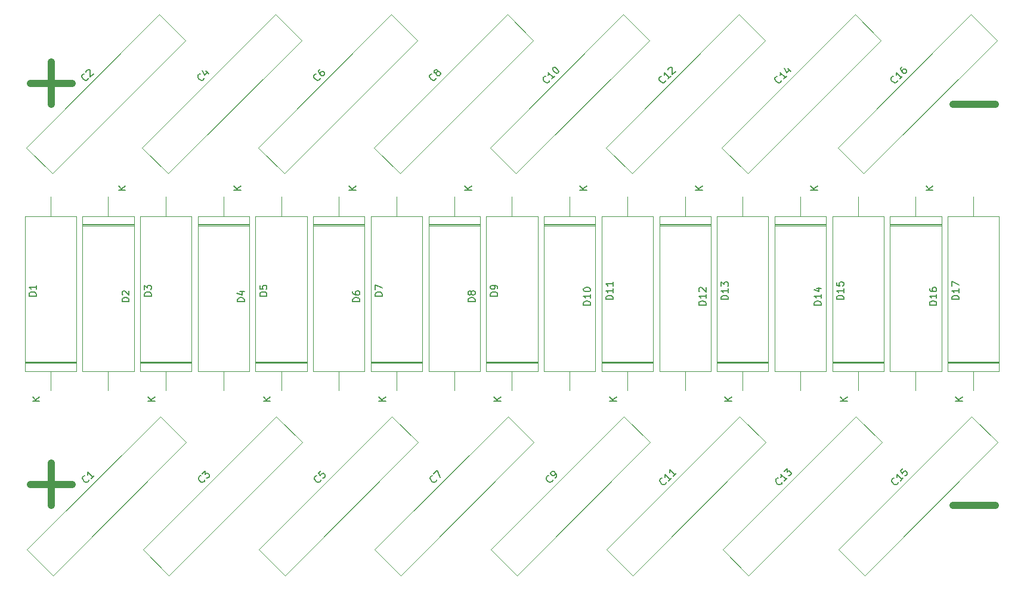
<source format=gbr>
%TF.GenerationSoftware,KiCad,Pcbnew,8.0.3*%
%TF.CreationDate,2025-04-22T09:56:44+02:00*%
%TF.ProjectId,cascade,63617363-6164-4652-9e6b-696361645f70,rev?*%
%TF.SameCoordinates,Original*%
%TF.FileFunction,Legend,Top*%
%TF.FilePolarity,Positive*%
%FSLAX46Y46*%
G04 Gerber Fmt 4.6, Leading zero omitted, Abs format (unit mm)*
G04 Created by KiCad (PCBNEW 8.0.3) date 2025-04-22 09:56:44*
%MOMM*%
%LPD*%
G01*
G04 APERTURE LIST*
%ADD10C,1.000000*%
%ADD11C,0.150000*%
%ADD12C,0.120000*%
G04 APERTURE END LIST*
D10*
X51500000Y-107000000D02*
X57500000Y-107000000D01*
X54500000Y-104000000D02*
X54500000Y-110000000D01*
X182500000Y-110000000D02*
X188500000Y-110000000D01*
X54500000Y-47000000D02*
X54500000Y-53000000D01*
X51500000Y-50000000D02*
X57500000Y-50000000D01*
X182500000Y-53000000D02*
X188500000Y-53000000D01*
D11*
X180177027Y-81514282D02*
X179177027Y-81514282D01*
X179177027Y-81514282D02*
X179177027Y-81276187D01*
X179177027Y-81276187D02*
X179224646Y-81133330D01*
X179224646Y-81133330D02*
X179319884Y-81038092D01*
X179319884Y-81038092D02*
X179415122Y-80990473D01*
X179415122Y-80990473D02*
X179605598Y-80942854D01*
X179605598Y-80942854D02*
X179748455Y-80942854D01*
X179748455Y-80942854D02*
X179938931Y-80990473D01*
X179938931Y-80990473D02*
X180034169Y-81038092D01*
X180034169Y-81038092D02*
X180129408Y-81133330D01*
X180129408Y-81133330D02*
X180177027Y-81276187D01*
X180177027Y-81276187D02*
X180177027Y-81514282D01*
X180177027Y-79990473D02*
X180177027Y-80561901D01*
X180177027Y-80276187D02*
X179177027Y-80276187D01*
X179177027Y-80276187D02*
X179319884Y-80371425D01*
X179319884Y-80371425D02*
X179415122Y-80466663D01*
X179415122Y-80466663D02*
X179462741Y-80561901D01*
X179177027Y-79133330D02*
X179177027Y-79323806D01*
X179177027Y-79323806D02*
X179224646Y-79419044D01*
X179224646Y-79419044D02*
X179272265Y-79466663D01*
X179272265Y-79466663D02*
X179415122Y-79561901D01*
X179415122Y-79561901D02*
X179605598Y-79609520D01*
X179605598Y-79609520D02*
X179986550Y-79609520D01*
X179986550Y-79609520D02*
X180081788Y-79561901D01*
X180081788Y-79561901D02*
X180129408Y-79514282D01*
X180129408Y-79514282D02*
X180177027Y-79419044D01*
X180177027Y-79419044D02*
X180177027Y-79228568D01*
X180177027Y-79228568D02*
X180129408Y-79133330D01*
X180129408Y-79133330D02*
X180081788Y-79085711D01*
X180081788Y-79085711D02*
X179986550Y-79038092D01*
X179986550Y-79038092D02*
X179748455Y-79038092D01*
X179748455Y-79038092D02*
X179653217Y-79085711D01*
X179653217Y-79085711D02*
X179605598Y-79133330D01*
X179605598Y-79133330D02*
X179557979Y-79228568D01*
X179557979Y-79228568D02*
X179557979Y-79419044D01*
X179557979Y-79419044D02*
X179605598Y-79514282D01*
X179605598Y-79514282D02*
X179653217Y-79561901D01*
X179653217Y-79561901D02*
X179748455Y-79609520D01*
X179677028Y-65161902D02*
X178677028Y-65161902D01*
X179677028Y-64590474D02*
X179105599Y-65019045D01*
X178677028Y-64590474D02*
X179248456Y-65161902D01*
X109211138Y-106365510D02*
X109211138Y-106432854D01*
X109211138Y-106432854D02*
X109143794Y-106567541D01*
X109143794Y-106567541D02*
X109076451Y-106634884D01*
X109076451Y-106634884D02*
X108941764Y-106702228D01*
X108941764Y-106702228D02*
X108807077Y-106702228D01*
X108807077Y-106702228D02*
X108706062Y-106668556D01*
X108706062Y-106668556D02*
X108537703Y-106567541D01*
X108537703Y-106567541D02*
X108436688Y-106466526D01*
X108436688Y-106466526D02*
X108335672Y-106298167D01*
X108335672Y-106298167D02*
X108302001Y-106197152D01*
X108302001Y-106197152D02*
X108302001Y-106062465D01*
X108302001Y-106062465D02*
X108369344Y-105927778D01*
X108369344Y-105927778D02*
X108436688Y-105860434D01*
X108436688Y-105860434D02*
X108571375Y-105793091D01*
X108571375Y-105793091D02*
X108638718Y-105793091D01*
X108807077Y-105490045D02*
X109278481Y-105018640D01*
X109278481Y-105018640D02*
X109682542Y-106028793D01*
X125231562Y-49602228D02*
X125231562Y-49669572D01*
X125231562Y-49669572D02*
X125164218Y-49804259D01*
X125164218Y-49804259D02*
X125096875Y-49871602D01*
X125096875Y-49871602D02*
X124962188Y-49938946D01*
X124962188Y-49938946D02*
X124827501Y-49938946D01*
X124827501Y-49938946D02*
X124726486Y-49905274D01*
X124726486Y-49905274D02*
X124558127Y-49804259D01*
X124558127Y-49804259D02*
X124457112Y-49703244D01*
X124457112Y-49703244D02*
X124356096Y-49534885D01*
X124356096Y-49534885D02*
X124322425Y-49433870D01*
X124322425Y-49433870D02*
X124322425Y-49299183D01*
X124322425Y-49299183D02*
X124389768Y-49164496D01*
X124389768Y-49164496D02*
X124457112Y-49097152D01*
X124457112Y-49097152D02*
X124591799Y-49029809D01*
X124591799Y-49029809D02*
X124659142Y-49029809D01*
X125972340Y-48996137D02*
X125568279Y-49400198D01*
X125770310Y-49198167D02*
X125063203Y-48491061D01*
X125063203Y-48491061D02*
X125096875Y-48659419D01*
X125096875Y-48659419D02*
X125096875Y-48794106D01*
X125096875Y-48794106D02*
X125063203Y-48895122D01*
X125702967Y-47851297D02*
X125770310Y-47783954D01*
X125770310Y-47783954D02*
X125871325Y-47750282D01*
X125871325Y-47750282D02*
X125938669Y-47750282D01*
X125938669Y-47750282D02*
X126039684Y-47783954D01*
X126039684Y-47783954D02*
X126208043Y-47884969D01*
X126208043Y-47884969D02*
X126376402Y-48053328D01*
X126376402Y-48053328D02*
X126477417Y-48221686D01*
X126477417Y-48221686D02*
X126511089Y-48322702D01*
X126511089Y-48322702D02*
X126511089Y-48390045D01*
X126511089Y-48390045D02*
X126477417Y-48491060D01*
X126477417Y-48491060D02*
X126410073Y-48558404D01*
X126410073Y-48558404D02*
X126309058Y-48592076D01*
X126309058Y-48592076D02*
X126241715Y-48592076D01*
X126241715Y-48592076D02*
X126140699Y-48558404D01*
X126140699Y-48558404D02*
X125972341Y-48457389D01*
X125972341Y-48457389D02*
X125803982Y-48289030D01*
X125803982Y-48289030D02*
X125702967Y-48120671D01*
X125702967Y-48120671D02*
X125669295Y-48019656D01*
X125669295Y-48019656D02*
X125669295Y-47952312D01*
X125669295Y-47952312D02*
X125702967Y-47851297D01*
X147421475Y-81514282D02*
X146421475Y-81514282D01*
X146421475Y-81514282D02*
X146421475Y-81276187D01*
X146421475Y-81276187D02*
X146469094Y-81133330D01*
X146469094Y-81133330D02*
X146564332Y-81038092D01*
X146564332Y-81038092D02*
X146659570Y-80990473D01*
X146659570Y-80990473D02*
X146850046Y-80942854D01*
X146850046Y-80942854D02*
X146992903Y-80942854D01*
X146992903Y-80942854D02*
X147183379Y-80990473D01*
X147183379Y-80990473D02*
X147278617Y-81038092D01*
X147278617Y-81038092D02*
X147373856Y-81133330D01*
X147373856Y-81133330D02*
X147421475Y-81276187D01*
X147421475Y-81276187D02*
X147421475Y-81514282D01*
X147421475Y-79990473D02*
X147421475Y-80561901D01*
X147421475Y-80276187D02*
X146421475Y-80276187D01*
X146421475Y-80276187D02*
X146564332Y-80371425D01*
X146564332Y-80371425D02*
X146659570Y-80466663D01*
X146659570Y-80466663D02*
X146707189Y-80561901D01*
X146516713Y-79609520D02*
X146469094Y-79561901D01*
X146469094Y-79561901D02*
X146421475Y-79466663D01*
X146421475Y-79466663D02*
X146421475Y-79228568D01*
X146421475Y-79228568D02*
X146469094Y-79133330D01*
X146469094Y-79133330D02*
X146516713Y-79085711D01*
X146516713Y-79085711D02*
X146611951Y-79038092D01*
X146611951Y-79038092D02*
X146707189Y-79038092D01*
X146707189Y-79038092D02*
X146850046Y-79085711D01*
X146850046Y-79085711D02*
X147421475Y-79657139D01*
X147421475Y-79657139D02*
X147421475Y-79038092D01*
X146921476Y-65161902D02*
X145921476Y-65161902D01*
X146921476Y-64590474D02*
X146350047Y-65019045D01*
X145921476Y-64590474D02*
X146492904Y-65161902D01*
X76196854Y-49265510D02*
X76196854Y-49332854D01*
X76196854Y-49332854D02*
X76129510Y-49467541D01*
X76129510Y-49467541D02*
X76062167Y-49534884D01*
X76062167Y-49534884D02*
X75927480Y-49602228D01*
X75927480Y-49602228D02*
X75792793Y-49602228D01*
X75792793Y-49602228D02*
X75691778Y-49568556D01*
X75691778Y-49568556D02*
X75523419Y-49467541D01*
X75523419Y-49467541D02*
X75422404Y-49366526D01*
X75422404Y-49366526D02*
X75321388Y-49198167D01*
X75321388Y-49198167D02*
X75287717Y-49097152D01*
X75287717Y-49097152D02*
X75287717Y-48962465D01*
X75287717Y-48962465D02*
X75355060Y-48827778D01*
X75355060Y-48827778D02*
X75422404Y-48760434D01*
X75422404Y-48760434D02*
X75557091Y-48693091D01*
X75557091Y-48693091D02*
X75624434Y-48693091D01*
X76398884Y-48255358D02*
X76870289Y-48726762D01*
X75961152Y-48154343D02*
X76297869Y-48827778D01*
X76297869Y-48827778D02*
X76735602Y-48390045D01*
X125668280Y-106365510D02*
X125668280Y-106432854D01*
X125668280Y-106432854D02*
X125600936Y-106567541D01*
X125600936Y-106567541D02*
X125533593Y-106634884D01*
X125533593Y-106634884D02*
X125398906Y-106702228D01*
X125398906Y-106702228D02*
X125264219Y-106702228D01*
X125264219Y-106702228D02*
X125163204Y-106668556D01*
X125163204Y-106668556D02*
X124994845Y-106567541D01*
X124994845Y-106567541D02*
X124893830Y-106466526D01*
X124893830Y-106466526D02*
X124792814Y-106298167D01*
X124792814Y-106298167D02*
X124759143Y-106197152D01*
X124759143Y-106197152D02*
X124759143Y-106062465D01*
X124759143Y-106062465D02*
X124826486Y-105927778D01*
X124826486Y-105927778D02*
X124893830Y-105860434D01*
X124893830Y-105860434D02*
X125028517Y-105793091D01*
X125028517Y-105793091D02*
X125095860Y-105793091D01*
X126072341Y-106096136D02*
X126207028Y-105961449D01*
X126207028Y-105961449D02*
X126240700Y-105860434D01*
X126240700Y-105860434D02*
X126240700Y-105793091D01*
X126240700Y-105793091D02*
X126207028Y-105624732D01*
X126207028Y-105624732D02*
X126106013Y-105456373D01*
X126106013Y-105456373D02*
X125836639Y-105186999D01*
X125836639Y-105186999D02*
X125735623Y-105153327D01*
X125735623Y-105153327D02*
X125668280Y-105153327D01*
X125668280Y-105153327D02*
X125567265Y-105186999D01*
X125567265Y-105186999D02*
X125432578Y-105321686D01*
X125432578Y-105321686D02*
X125398906Y-105422701D01*
X125398906Y-105422701D02*
X125398906Y-105490045D01*
X125398906Y-105490045D02*
X125432578Y-105591060D01*
X125432578Y-105591060D02*
X125600936Y-105759419D01*
X125600936Y-105759419D02*
X125701952Y-105793091D01*
X125701952Y-105793091D02*
X125769295Y-105793091D01*
X125769295Y-105793091D02*
X125870310Y-105759419D01*
X125870310Y-105759419D02*
X126004997Y-105624732D01*
X126004997Y-105624732D02*
X126038669Y-105523717D01*
X126038669Y-105523717D02*
X126038669Y-105456373D01*
X126038669Y-105456373D02*
X126004997Y-105355358D01*
X76296854Y-106365510D02*
X76296854Y-106432854D01*
X76296854Y-106432854D02*
X76229510Y-106567541D01*
X76229510Y-106567541D02*
X76162167Y-106634884D01*
X76162167Y-106634884D02*
X76027480Y-106702228D01*
X76027480Y-106702228D02*
X75892793Y-106702228D01*
X75892793Y-106702228D02*
X75791778Y-106668556D01*
X75791778Y-106668556D02*
X75623419Y-106567541D01*
X75623419Y-106567541D02*
X75522404Y-106466526D01*
X75522404Y-106466526D02*
X75421388Y-106298167D01*
X75421388Y-106298167D02*
X75387717Y-106197152D01*
X75387717Y-106197152D02*
X75387717Y-106062465D01*
X75387717Y-106062465D02*
X75455060Y-105927778D01*
X75455060Y-105927778D02*
X75522404Y-105860434D01*
X75522404Y-105860434D02*
X75657091Y-105793091D01*
X75657091Y-105793091D02*
X75724434Y-105793091D01*
X75892793Y-105490045D02*
X76330526Y-105052312D01*
X76330526Y-105052312D02*
X76364197Y-105557388D01*
X76364197Y-105557388D02*
X76465213Y-105456373D01*
X76465213Y-105456373D02*
X76566228Y-105422701D01*
X76566228Y-105422701D02*
X76633571Y-105422701D01*
X76633571Y-105422701D02*
X76734587Y-105456373D01*
X76734587Y-105456373D02*
X76902945Y-105624732D01*
X76902945Y-105624732D02*
X76936617Y-105725747D01*
X76936617Y-105725747D02*
X76936617Y-105793091D01*
X76936617Y-105793091D02*
X76902945Y-105894106D01*
X76902945Y-105894106D02*
X76700915Y-106096136D01*
X76700915Y-106096136D02*
X76599900Y-106129808D01*
X76599900Y-106129808D02*
X76532556Y-106129808D01*
X92653996Y-49265510D02*
X92653996Y-49332854D01*
X92653996Y-49332854D02*
X92586652Y-49467541D01*
X92586652Y-49467541D02*
X92519309Y-49534884D01*
X92519309Y-49534884D02*
X92384622Y-49602228D01*
X92384622Y-49602228D02*
X92249935Y-49602228D01*
X92249935Y-49602228D02*
X92148920Y-49568556D01*
X92148920Y-49568556D02*
X91980561Y-49467541D01*
X91980561Y-49467541D02*
X91879546Y-49366526D01*
X91879546Y-49366526D02*
X91778530Y-49198167D01*
X91778530Y-49198167D02*
X91744859Y-49097152D01*
X91744859Y-49097152D02*
X91744859Y-48962465D01*
X91744859Y-48962465D02*
X91812202Y-48827778D01*
X91812202Y-48827778D02*
X91879546Y-48760434D01*
X91879546Y-48760434D02*
X92014233Y-48693091D01*
X92014233Y-48693091D02*
X92081576Y-48693091D01*
X92620324Y-48019656D02*
X92485637Y-48154343D01*
X92485637Y-48154343D02*
X92451965Y-48255358D01*
X92451965Y-48255358D02*
X92451965Y-48322701D01*
X92451965Y-48322701D02*
X92485637Y-48491060D01*
X92485637Y-48491060D02*
X92586652Y-48659419D01*
X92586652Y-48659419D02*
X92856026Y-48928793D01*
X92856026Y-48928793D02*
X92957042Y-48962465D01*
X92957042Y-48962465D02*
X93024385Y-48962465D01*
X93024385Y-48962465D02*
X93125400Y-48928793D01*
X93125400Y-48928793D02*
X93260087Y-48794106D01*
X93260087Y-48794106D02*
X93293759Y-48693091D01*
X93293759Y-48693091D02*
X93293759Y-48625747D01*
X93293759Y-48625747D02*
X93260087Y-48524732D01*
X93260087Y-48524732D02*
X93091729Y-48356373D01*
X93091729Y-48356373D02*
X92990713Y-48322701D01*
X92990713Y-48322701D02*
X92923370Y-48322701D01*
X92923370Y-48322701D02*
X92822355Y-48356373D01*
X92822355Y-48356373D02*
X92687668Y-48491060D01*
X92687668Y-48491060D02*
X92653996Y-48592075D01*
X92653996Y-48592075D02*
X92653996Y-48659419D01*
X92653996Y-48659419D02*
X92687668Y-48760434D01*
X52343707Y-80238094D02*
X51343707Y-80238094D01*
X51343707Y-80238094D02*
X51343707Y-79999999D01*
X51343707Y-79999999D02*
X51391326Y-79857142D01*
X51391326Y-79857142D02*
X51486564Y-79761904D01*
X51486564Y-79761904D02*
X51581802Y-79714285D01*
X51581802Y-79714285D02*
X51772278Y-79666666D01*
X51772278Y-79666666D02*
X51915135Y-79666666D01*
X51915135Y-79666666D02*
X52105611Y-79714285D01*
X52105611Y-79714285D02*
X52200849Y-79761904D01*
X52200849Y-79761904D02*
X52296088Y-79857142D01*
X52296088Y-79857142D02*
X52343707Y-79999999D01*
X52343707Y-79999999D02*
X52343707Y-80238094D01*
X52343707Y-78714285D02*
X52343707Y-79285713D01*
X52343707Y-78999999D02*
X51343707Y-78999999D01*
X51343707Y-78999999D02*
X51486564Y-79095237D01*
X51486564Y-79095237D02*
X51581802Y-79190475D01*
X51581802Y-79190475D02*
X51629421Y-79285713D01*
X52843706Y-95161903D02*
X51843706Y-95161903D01*
X52843706Y-94590475D02*
X52272277Y-95019046D01*
X51843706Y-94590475D02*
X52415134Y-95161903D01*
X150610363Y-80714285D02*
X149610363Y-80714285D01*
X149610363Y-80714285D02*
X149610363Y-80476190D01*
X149610363Y-80476190D02*
X149657982Y-80333333D01*
X149657982Y-80333333D02*
X149753220Y-80238095D01*
X149753220Y-80238095D02*
X149848458Y-80190476D01*
X149848458Y-80190476D02*
X150038934Y-80142857D01*
X150038934Y-80142857D02*
X150181791Y-80142857D01*
X150181791Y-80142857D02*
X150372267Y-80190476D01*
X150372267Y-80190476D02*
X150467505Y-80238095D01*
X150467505Y-80238095D02*
X150562744Y-80333333D01*
X150562744Y-80333333D02*
X150610363Y-80476190D01*
X150610363Y-80476190D02*
X150610363Y-80714285D01*
X150610363Y-79190476D02*
X150610363Y-79761904D01*
X150610363Y-79476190D02*
X149610363Y-79476190D01*
X149610363Y-79476190D02*
X149753220Y-79571428D01*
X149753220Y-79571428D02*
X149848458Y-79666666D01*
X149848458Y-79666666D02*
X149896077Y-79761904D01*
X149610363Y-78857142D02*
X149610363Y-78238095D01*
X149610363Y-78238095D02*
X149991315Y-78571428D01*
X149991315Y-78571428D02*
X149991315Y-78428571D01*
X149991315Y-78428571D02*
X150038934Y-78333333D01*
X150038934Y-78333333D02*
X150086553Y-78285714D01*
X150086553Y-78285714D02*
X150181791Y-78238095D01*
X150181791Y-78238095D02*
X150419886Y-78238095D01*
X150419886Y-78238095D02*
X150515124Y-78285714D01*
X150515124Y-78285714D02*
X150562744Y-78333333D01*
X150562744Y-78333333D02*
X150610363Y-78428571D01*
X150610363Y-78428571D02*
X150610363Y-78714285D01*
X150610363Y-78714285D02*
X150562744Y-78809523D01*
X150562744Y-78809523D02*
X150515124Y-78857142D01*
X151110362Y-95161903D02*
X150110362Y-95161903D01*
X151110362Y-94590475D02*
X150538933Y-95019046D01*
X150110362Y-94590475D02*
X150681790Y-95161903D01*
X166988139Y-80714285D02*
X165988139Y-80714285D01*
X165988139Y-80714285D02*
X165988139Y-80476190D01*
X165988139Y-80476190D02*
X166035758Y-80333333D01*
X166035758Y-80333333D02*
X166130996Y-80238095D01*
X166130996Y-80238095D02*
X166226234Y-80190476D01*
X166226234Y-80190476D02*
X166416710Y-80142857D01*
X166416710Y-80142857D02*
X166559567Y-80142857D01*
X166559567Y-80142857D02*
X166750043Y-80190476D01*
X166750043Y-80190476D02*
X166845281Y-80238095D01*
X166845281Y-80238095D02*
X166940520Y-80333333D01*
X166940520Y-80333333D02*
X166988139Y-80476190D01*
X166988139Y-80476190D02*
X166988139Y-80714285D01*
X166988139Y-79190476D02*
X166988139Y-79761904D01*
X166988139Y-79476190D02*
X165988139Y-79476190D01*
X165988139Y-79476190D02*
X166130996Y-79571428D01*
X166130996Y-79571428D02*
X166226234Y-79666666D01*
X166226234Y-79666666D02*
X166273853Y-79761904D01*
X165988139Y-78285714D02*
X165988139Y-78761904D01*
X165988139Y-78761904D02*
X166464329Y-78809523D01*
X166464329Y-78809523D02*
X166416710Y-78761904D01*
X166416710Y-78761904D02*
X166369091Y-78666666D01*
X166369091Y-78666666D02*
X166369091Y-78428571D01*
X166369091Y-78428571D02*
X166416710Y-78333333D01*
X166416710Y-78333333D02*
X166464329Y-78285714D01*
X166464329Y-78285714D02*
X166559567Y-78238095D01*
X166559567Y-78238095D02*
X166797662Y-78238095D01*
X166797662Y-78238095D02*
X166892900Y-78285714D01*
X166892900Y-78285714D02*
X166940520Y-78333333D01*
X166940520Y-78333333D02*
X166988139Y-78428571D01*
X166988139Y-78428571D02*
X166988139Y-78666666D01*
X166988139Y-78666666D02*
X166940520Y-78761904D01*
X166940520Y-78761904D02*
X166892900Y-78809523D01*
X167488138Y-95161903D02*
X166488138Y-95161903D01*
X167488138Y-94590475D02*
X166916709Y-95019046D01*
X166488138Y-94590475D02*
X167059566Y-95161903D01*
X92753996Y-106365510D02*
X92753996Y-106432854D01*
X92753996Y-106432854D02*
X92686652Y-106567541D01*
X92686652Y-106567541D02*
X92619309Y-106634884D01*
X92619309Y-106634884D02*
X92484622Y-106702228D01*
X92484622Y-106702228D02*
X92349935Y-106702228D01*
X92349935Y-106702228D02*
X92248920Y-106668556D01*
X92248920Y-106668556D02*
X92080561Y-106567541D01*
X92080561Y-106567541D02*
X91979546Y-106466526D01*
X91979546Y-106466526D02*
X91878530Y-106298167D01*
X91878530Y-106298167D02*
X91844859Y-106197152D01*
X91844859Y-106197152D02*
X91844859Y-106062465D01*
X91844859Y-106062465D02*
X91912202Y-105927778D01*
X91912202Y-105927778D02*
X91979546Y-105860434D01*
X91979546Y-105860434D02*
X92114233Y-105793091D01*
X92114233Y-105793091D02*
X92181576Y-105793091D01*
X92753996Y-105085984D02*
X92417278Y-105422701D01*
X92417278Y-105422701D02*
X92720324Y-105793091D01*
X92720324Y-105793091D02*
X92720324Y-105725747D01*
X92720324Y-105725747D02*
X92753996Y-105624732D01*
X92753996Y-105624732D02*
X92922355Y-105456373D01*
X92922355Y-105456373D02*
X93023370Y-105422701D01*
X93023370Y-105422701D02*
X93090713Y-105422701D01*
X93090713Y-105422701D02*
X93191729Y-105456373D01*
X93191729Y-105456373D02*
X93360087Y-105624732D01*
X93360087Y-105624732D02*
X93393759Y-105725747D01*
X93393759Y-105725747D02*
X93393759Y-105793091D01*
X93393759Y-105793091D02*
X93360087Y-105894106D01*
X93360087Y-105894106D02*
X93191729Y-106062465D01*
X93191729Y-106062465D02*
X93090713Y-106096136D01*
X93090713Y-106096136D02*
X93023370Y-106096136D01*
X59739712Y-49265510D02*
X59739712Y-49332854D01*
X59739712Y-49332854D02*
X59672368Y-49467541D01*
X59672368Y-49467541D02*
X59605025Y-49534884D01*
X59605025Y-49534884D02*
X59470338Y-49602228D01*
X59470338Y-49602228D02*
X59335651Y-49602228D01*
X59335651Y-49602228D02*
X59234636Y-49568556D01*
X59234636Y-49568556D02*
X59066277Y-49467541D01*
X59066277Y-49467541D02*
X58965262Y-49366526D01*
X58965262Y-49366526D02*
X58864246Y-49198167D01*
X58864246Y-49198167D02*
X58830575Y-49097152D01*
X58830575Y-49097152D02*
X58830575Y-48962465D01*
X58830575Y-48962465D02*
X58897918Y-48827778D01*
X58897918Y-48827778D02*
X58965262Y-48760434D01*
X58965262Y-48760434D02*
X59099949Y-48693091D01*
X59099949Y-48693091D02*
X59167292Y-48693091D01*
X59436666Y-48423717D02*
X59436666Y-48356373D01*
X59436666Y-48356373D02*
X59470338Y-48255358D01*
X59470338Y-48255358D02*
X59638697Y-48086999D01*
X59638697Y-48086999D02*
X59739712Y-48053327D01*
X59739712Y-48053327D02*
X59807055Y-48053327D01*
X59807055Y-48053327D02*
X59908071Y-48086999D01*
X59908071Y-48086999D02*
X59975414Y-48154343D01*
X59975414Y-48154343D02*
X60042758Y-48289030D01*
X60042758Y-48289030D02*
X60042758Y-49097152D01*
X60042758Y-49097152D02*
X60480490Y-48659419D01*
X81910371Y-81038091D02*
X80910371Y-81038091D01*
X80910371Y-81038091D02*
X80910371Y-80799996D01*
X80910371Y-80799996D02*
X80957990Y-80657139D01*
X80957990Y-80657139D02*
X81053228Y-80561901D01*
X81053228Y-80561901D02*
X81148466Y-80514282D01*
X81148466Y-80514282D02*
X81338942Y-80466663D01*
X81338942Y-80466663D02*
X81481799Y-80466663D01*
X81481799Y-80466663D02*
X81672275Y-80514282D01*
X81672275Y-80514282D02*
X81767513Y-80561901D01*
X81767513Y-80561901D02*
X81862752Y-80657139D01*
X81862752Y-80657139D02*
X81910371Y-80799996D01*
X81910371Y-80799996D02*
X81910371Y-81038091D01*
X81243704Y-79609520D02*
X81910371Y-79609520D01*
X80862752Y-79847615D02*
X81577037Y-80085710D01*
X81577037Y-80085710D02*
X81577037Y-79466663D01*
X81410372Y-65161902D02*
X80410372Y-65161902D01*
X81410372Y-64590474D02*
X80838943Y-65019045D01*
X80410372Y-64590474D02*
X80981800Y-65161902D01*
X59839712Y-106365510D02*
X59839712Y-106432854D01*
X59839712Y-106432854D02*
X59772368Y-106567541D01*
X59772368Y-106567541D02*
X59705025Y-106634884D01*
X59705025Y-106634884D02*
X59570338Y-106702228D01*
X59570338Y-106702228D02*
X59435651Y-106702228D01*
X59435651Y-106702228D02*
X59334636Y-106668556D01*
X59334636Y-106668556D02*
X59166277Y-106567541D01*
X59166277Y-106567541D02*
X59065262Y-106466526D01*
X59065262Y-106466526D02*
X58964246Y-106298167D01*
X58964246Y-106298167D02*
X58930575Y-106197152D01*
X58930575Y-106197152D02*
X58930575Y-106062465D01*
X58930575Y-106062465D02*
X58997918Y-105927778D01*
X58997918Y-105927778D02*
X59065262Y-105860434D01*
X59065262Y-105860434D02*
X59199949Y-105793091D01*
X59199949Y-105793091D02*
X59267292Y-105793091D01*
X60580490Y-105759419D02*
X60176429Y-106163480D01*
X60378460Y-105961449D02*
X59671353Y-105254343D01*
X59671353Y-105254343D02*
X59705025Y-105422701D01*
X59705025Y-105422701D02*
X59705025Y-105557388D01*
X59705025Y-105557388D02*
X59671353Y-105658404D01*
X158245846Y-106702228D02*
X158245846Y-106769572D01*
X158245846Y-106769572D02*
X158178502Y-106904259D01*
X158178502Y-106904259D02*
X158111159Y-106971602D01*
X158111159Y-106971602D02*
X157976472Y-107038946D01*
X157976472Y-107038946D02*
X157841785Y-107038946D01*
X157841785Y-107038946D02*
X157740770Y-107005274D01*
X157740770Y-107005274D02*
X157572411Y-106904259D01*
X157572411Y-106904259D02*
X157471396Y-106803244D01*
X157471396Y-106803244D02*
X157370380Y-106634885D01*
X157370380Y-106634885D02*
X157336709Y-106533870D01*
X157336709Y-106533870D02*
X157336709Y-106399183D01*
X157336709Y-106399183D02*
X157404052Y-106264496D01*
X157404052Y-106264496D02*
X157471396Y-106197152D01*
X157471396Y-106197152D02*
X157606083Y-106129809D01*
X157606083Y-106129809D02*
X157673426Y-106129809D01*
X158986624Y-106096137D02*
X158582563Y-106500198D01*
X158784594Y-106298167D02*
X158077487Y-105591061D01*
X158077487Y-105591061D02*
X158111159Y-105759419D01*
X158111159Y-105759419D02*
X158111159Y-105894106D01*
X158111159Y-105894106D02*
X158077487Y-105995122D01*
X158515220Y-105153328D02*
X158952953Y-104715595D01*
X158952953Y-104715595D02*
X158986625Y-105220671D01*
X158986625Y-105220671D02*
X159087640Y-105119656D01*
X159087640Y-105119656D02*
X159188655Y-105085984D01*
X159188655Y-105085984D02*
X159255999Y-105085984D01*
X159255999Y-105085984D02*
X159357014Y-105119656D01*
X159357014Y-105119656D02*
X159525373Y-105288015D01*
X159525373Y-105288015D02*
X159559044Y-105389030D01*
X159559044Y-105389030D02*
X159559044Y-105456373D01*
X159559044Y-105456373D02*
X159525373Y-105557389D01*
X159525373Y-105557389D02*
X159323342Y-105759419D01*
X159323342Y-105759419D02*
X159222327Y-105793091D01*
X159222327Y-105793091D02*
X159154983Y-105793091D01*
X85099259Y-80238094D02*
X84099259Y-80238094D01*
X84099259Y-80238094D02*
X84099259Y-79999999D01*
X84099259Y-79999999D02*
X84146878Y-79857142D01*
X84146878Y-79857142D02*
X84242116Y-79761904D01*
X84242116Y-79761904D02*
X84337354Y-79714285D01*
X84337354Y-79714285D02*
X84527830Y-79666666D01*
X84527830Y-79666666D02*
X84670687Y-79666666D01*
X84670687Y-79666666D02*
X84861163Y-79714285D01*
X84861163Y-79714285D02*
X84956401Y-79761904D01*
X84956401Y-79761904D02*
X85051640Y-79857142D01*
X85051640Y-79857142D02*
X85099259Y-79999999D01*
X85099259Y-79999999D02*
X85099259Y-80238094D01*
X84099259Y-78761904D02*
X84099259Y-79238094D01*
X84099259Y-79238094D02*
X84575449Y-79285713D01*
X84575449Y-79285713D02*
X84527830Y-79238094D01*
X84527830Y-79238094D02*
X84480211Y-79142856D01*
X84480211Y-79142856D02*
X84480211Y-78904761D01*
X84480211Y-78904761D02*
X84527830Y-78809523D01*
X84527830Y-78809523D02*
X84575449Y-78761904D01*
X84575449Y-78761904D02*
X84670687Y-78714285D01*
X84670687Y-78714285D02*
X84908782Y-78714285D01*
X84908782Y-78714285D02*
X85004020Y-78761904D01*
X85004020Y-78761904D02*
X85051640Y-78809523D01*
X85051640Y-78809523D02*
X85099259Y-78904761D01*
X85099259Y-78904761D02*
X85099259Y-79142856D01*
X85099259Y-79142856D02*
X85051640Y-79238094D01*
X85051640Y-79238094D02*
X85004020Y-79285713D01*
X85599258Y-95161903D02*
X84599258Y-95161903D01*
X85599258Y-94590475D02*
X85027829Y-95019046D01*
X84599258Y-94590475D02*
X85170686Y-95161903D01*
X68721483Y-80238094D02*
X67721483Y-80238094D01*
X67721483Y-80238094D02*
X67721483Y-79999999D01*
X67721483Y-79999999D02*
X67769102Y-79857142D01*
X67769102Y-79857142D02*
X67864340Y-79761904D01*
X67864340Y-79761904D02*
X67959578Y-79714285D01*
X67959578Y-79714285D02*
X68150054Y-79666666D01*
X68150054Y-79666666D02*
X68292911Y-79666666D01*
X68292911Y-79666666D02*
X68483387Y-79714285D01*
X68483387Y-79714285D02*
X68578625Y-79761904D01*
X68578625Y-79761904D02*
X68673864Y-79857142D01*
X68673864Y-79857142D02*
X68721483Y-79999999D01*
X68721483Y-79999999D02*
X68721483Y-80238094D01*
X67721483Y-79333332D02*
X67721483Y-78714285D01*
X67721483Y-78714285D02*
X68102435Y-79047618D01*
X68102435Y-79047618D02*
X68102435Y-78904761D01*
X68102435Y-78904761D02*
X68150054Y-78809523D01*
X68150054Y-78809523D02*
X68197673Y-78761904D01*
X68197673Y-78761904D02*
X68292911Y-78714285D01*
X68292911Y-78714285D02*
X68531006Y-78714285D01*
X68531006Y-78714285D02*
X68626244Y-78761904D01*
X68626244Y-78761904D02*
X68673864Y-78809523D01*
X68673864Y-78809523D02*
X68721483Y-78904761D01*
X68721483Y-78904761D02*
X68721483Y-79190475D01*
X68721483Y-79190475D02*
X68673864Y-79285713D01*
X68673864Y-79285713D02*
X68626244Y-79333332D01*
X69221482Y-95161903D02*
X68221482Y-95161903D01*
X69221482Y-94590475D02*
X68650053Y-95019046D01*
X68221482Y-94590475D02*
X68792910Y-95161903D01*
X141688704Y-49602228D02*
X141688704Y-49669572D01*
X141688704Y-49669572D02*
X141621360Y-49804259D01*
X141621360Y-49804259D02*
X141554017Y-49871602D01*
X141554017Y-49871602D02*
X141419330Y-49938946D01*
X141419330Y-49938946D02*
X141284643Y-49938946D01*
X141284643Y-49938946D02*
X141183628Y-49905274D01*
X141183628Y-49905274D02*
X141015269Y-49804259D01*
X141015269Y-49804259D02*
X140914254Y-49703244D01*
X140914254Y-49703244D02*
X140813238Y-49534885D01*
X140813238Y-49534885D02*
X140779567Y-49433870D01*
X140779567Y-49433870D02*
X140779567Y-49299183D01*
X140779567Y-49299183D02*
X140846910Y-49164496D01*
X140846910Y-49164496D02*
X140914254Y-49097152D01*
X140914254Y-49097152D02*
X141048941Y-49029809D01*
X141048941Y-49029809D02*
X141116284Y-49029809D01*
X142429482Y-48996137D02*
X142025421Y-49400198D01*
X142227452Y-49198167D02*
X141520345Y-48491061D01*
X141520345Y-48491061D02*
X141554017Y-48659419D01*
X141554017Y-48659419D02*
X141554017Y-48794106D01*
X141554017Y-48794106D02*
X141520345Y-48895122D01*
X142059093Y-48086999D02*
X142059093Y-48019656D01*
X142059093Y-48019656D02*
X142092765Y-47918641D01*
X142092765Y-47918641D02*
X142261124Y-47750282D01*
X142261124Y-47750282D02*
X142362139Y-47716610D01*
X142362139Y-47716610D02*
X142429483Y-47716610D01*
X142429483Y-47716610D02*
X142530498Y-47750282D01*
X142530498Y-47750282D02*
X142597841Y-47817625D01*
X142597841Y-47817625D02*
X142665185Y-47952312D01*
X142665185Y-47952312D02*
X142665185Y-48760434D01*
X142665185Y-48760434D02*
X143102918Y-48322702D01*
X109111138Y-49265510D02*
X109111138Y-49332854D01*
X109111138Y-49332854D02*
X109043794Y-49467541D01*
X109043794Y-49467541D02*
X108976451Y-49534884D01*
X108976451Y-49534884D02*
X108841764Y-49602228D01*
X108841764Y-49602228D02*
X108707077Y-49602228D01*
X108707077Y-49602228D02*
X108606062Y-49568556D01*
X108606062Y-49568556D02*
X108437703Y-49467541D01*
X108437703Y-49467541D02*
X108336688Y-49366526D01*
X108336688Y-49366526D02*
X108235672Y-49198167D01*
X108235672Y-49198167D02*
X108202001Y-49097152D01*
X108202001Y-49097152D02*
X108202001Y-48962465D01*
X108202001Y-48962465D02*
X108269344Y-48827778D01*
X108269344Y-48827778D02*
X108336688Y-48760434D01*
X108336688Y-48760434D02*
X108471375Y-48693091D01*
X108471375Y-48693091D02*
X108538718Y-48693091D01*
X109178481Y-48524732D02*
X109077466Y-48558404D01*
X109077466Y-48558404D02*
X109010123Y-48558404D01*
X109010123Y-48558404D02*
X108909107Y-48524732D01*
X108909107Y-48524732D02*
X108875436Y-48491060D01*
X108875436Y-48491060D02*
X108841764Y-48390045D01*
X108841764Y-48390045D02*
X108841764Y-48322701D01*
X108841764Y-48322701D02*
X108875436Y-48221686D01*
X108875436Y-48221686D02*
X109010123Y-48086999D01*
X109010123Y-48086999D02*
X109111138Y-48053327D01*
X109111138Y-48053327D02*
X109178481Y-48053327D01*
X109178481Y-48053327D02*
X109279497Y-48086999D01*
X109279497Y-48086999D02*
X109313168Y-48120671D01*
X109313168Y-48120671D02*
X109346840Y-48221686D01*
X109346840Y-48221686D02*
X109346840Y-48289030D01*
X109346840Y-48289030D02*
X109313168Y-48390045D01*
X109313168Y-48390045D02*
X109178481Y-48524732D01*
X109178481Y-48524732D02*
X109144810Y-48625747D01*
X109144810Y-48625747D02*
X109144810Y-48693091D01*
X109144810Y-48693091D02*
X109178481Y-48794106D01*
X109178481Y-48794106D02*
X109313168Y-48928793D01*
X109313168Y-48928793D02*
X109414184Y-48962465D01*
X109414184Y-48962465D02*
X109481527Y-48962465D01*
X109481527Y-48962465D02*
X109582542Y-48928793D01*
X109582542Y-48928793D02*
X109717229Y-48794106D01*
X109717229Y-48794106D02*
X109750901Y-48693091D01*
X109750901Y-48693091D02*
X109750901Y-48625747D01*
X109750901Y-48625747D02*
X109717229Y-48524732D01*
X109717229Y-48524732D02*
X109582542Y-48390045D01*
X109582542Y-48390045D02*
X109481527Y-48356373D01*
X109481527Y-48356373D02*
X109414184Y-48356373D01*
X109414184Y-48356373D02*
X109313168Y-48390045D01*
X163799251Y-81514282D02*
X162799251Y-81514282D01*
X162799251Y-81514282D02*
X162799251Y-81276187D01*
X162799251Y-81276187D02*
X162846870Y-81133330D01*
X162846870Y-81133330D02*
X162942108Y-81038092D01*
X162942108Y-81038092D02*
X163037346Y-80990473D01*
X163037346Y-80990473D02*
X163227822Y-80942854D01*
X163227822Y-80942854D02*
X163370679Y-80942854D01*
X163370679Y-80942854D02*
X163561155Y-80990473D01*
X163561155Y-80990473D02*
X163656393Y-81038092D01*
X163656393Y-81038092D02*
X163751632Y-81133330D01*
X163751632Y-81133330D02*
X163799251Y-81276187D01*
X163799251Y-81276187D02*
X163799251Y-81514282D01*
X163799251Y-79990473D02*
X163799251Y-80561901D01*
X163799251Y-80276187D02*
X162799251Y-80276187D01*
X162799251Y-80276187D02*
X162942108Y-80371425D01*
X162942108Y-80371425D02*
X163037346Y-80466663D01*
X163037346Y-80466663D02*
X163084965Y-80561901D01*
X163132584Y-79133330D02*
X163799251Y-79133330D01*
X162751632Y-79371425D02*
X163465917Y-79609520D01*
X163465917Y-79609520D02*
X163465917Y-78990473D01*
X163299252Y-65161902D02*
X162299252Y-65161902D01*
X163299252Y-64590474D02*
X162727823Y-65019045D01*
X162299252Y-64590474D02*
X162870680Y-65161902D01*
X174702988Y-106702228D02*
X174702988Y-106769572D01*
X174702988Y-106769572D02*
X174635644Y-106904259D01*
X174635644Y-106904259D02*
X174568301Y-106971602D01*
X174568301Y-106971602D02*
X174433614Y-107038946D01*
X174433614Y-107038946D02*
X174298927Y-107038946D01*
X174298927Y-107038946D02*
X174197912Y-107005274D01*
X174197912Y-107005274D02*
X174029553Y-106904259D01*
X174029553Y-106904259D02*
X173928538Y-106803244D01*
X173928538Y-106803244D02*
X173827522Y-106634885D01*
X173827522Y-106634885D02*
X173793851Y-106533870D01*
X173793851Y-106533870D02*
X173793851Y-106399183D01*
X173793851Y-106399183D02*
X173861194Y-106264496D01*
X173861194Y-106264496D02*
X173928538Y-106197152D01*
X173928538Y-106197152D02*
X174063225Y-106129809D01*
X174063225Y-106129809D02*
X174130568Y-106129809D01*
X175443766Y-106096137D02*
X175039705Y-106500198D01*
X175241736Y-106298167D02*
X174534629Y-105591061D01*
X174534629Y-105591061D02*
X174568301Y-105759419D01*
X174568301Y-105759419D02*
X174568301Y-105894106D01*
X174568301Y-105894106D02*
X174534629Y-105995122D01*
X175376423Y-104749267D02*
X175039705Y-105085984D01*
X175039705Y-105085984D02*
X175342751Y-105456373D01*
X175342751Y-105456373D02*
X175342751Y-105389030D01*
X175342751Y-105389030D02*
X175376423Y-105288015D01*
X175376423Y-105288015D02*
X175544782Y-105119656D01*
X175544782Y-105119656D02*
X175645797Y-105085984D01*
X175645797Y-105085984D02*
X175713141Y-105085984D01*
X175713141Y-105085984D02*
X175814156Y-105119656D01*
X175814156Y-105119656D02*
X175982515Y-105288015D01*
X175982515Y-105288015D02*
X176016186Y-105389030D01*
X176016186Y-105389030D02*
X176016186Y-105456373D01*
X176016186Y-105456373D02*
X175982515Y-105557389D01*
X175982515Y-105557389D02*
X175814156Y-105725747D01*
X175814156Y-105725747D02*
X175713141Y-105759419D01*
X175713141Y-105759419D02*
X175645797Y-105759419D01*
X114665923Y-81038091D02*
X113665923Y-81038091D01*
X113665923Y-81038091D02*
X113665923Y-80799996D01*
X113665923Y-80799996D02*
X113713542Y-80657139D01*
X113713542Y-80657139D02*
X113808780Y-80561901D01*
X113808780Y-80561901D02*
X113904018Y-80514282D01*
X113904018Y-80514282D02*
X114094494Y-80466663D01*
X114094494Y-80466663D02*
X114237351Y-80466663D01*
X114237351Y-80466663D02*
X114427827Y-80514282D01*
X114427827Y-80514282D02*
X114523065Y-80561901D01*
X114523065Y-80561901D02*
X114618304Y-80657139D01*
X114618304Y-80657139D02*
X114665923Y-80799996D01*
X114665923Y-80799996D02*
X114665923Y-81038091D01*
X114094494Y-79895234D02*
X114046875Y-79990472D01*
X114046875Y-79990472D02*
X113999256Y-80038091D01*
X113999256Y-80038091D02*
X113904018Y-80085710D01*
X113904018Y-80085710D02*
X113856399Y-80085710D01*
X113856399Y-80085710D02*
X113761161Y-80038091D01*
X113761161Y-80038091D02*
X113713542Y-79990472D01*
X113713542Y-79990472D02*
X113665923Y-79895234D01*
X113665923Y-79895234D02*
X113665923Y-79704758D01*
X113665923Y-79704758D02*
X113713542Y-79609520D01*
X113713542Y-79609520D02*
X113761161Y-79561901D01*
X113761161Y-79561901D02*
X113856399Y-79514282D01*
X113856399Y-79514282D02*
X113904018Y-79514282D01*
X113904018Y-79514282D02*
X113999256Y-79561901D01*
X113999256Y-79561901D02*
X114046875Y-79609520D01*
X114046875Y-79609520D02*
X114094494Y-79704758D01*
X114094494Y-79704758D02*
X114094494Y-79895234D01*
X114094494Y-79895234D02*
X114142113Y-79990472D01*
X114142113Y-79990472D02*
X114189732Y-80038091D01*
X114189732Y-80038091D02*
X114284970Y-80085710D01*
X114284970Y-80085710D02*
X114475446Y-80085710D01*
X114475446Y-80085710D02*
X114570684Y-80038091D01*
X114570684Y-80038091D02*
X114618304Y-79990472D01*
X114618304Y-79990472D02*
X114665923Y-79895234D01*
X114665923Y-79895234D02*
X114665923Y-79704758D01*
X114665923Y-79704758D02*
X114618304Y-79609520D01*
X114618304Y-79609520D02*
X114570684Y-79561901D01*
X114570684Y-79561901D02*
X114475446Y-79514282D01*
X114475446Y-79514282D02*
X114284970Y-79514282D01*
X114284970Y-79514282D02*
X114189732Y-79561901D01*
X114189732Y-79561901D02*
X114142113Y-79609520D01*
X114142113Y-79609520D02*
X114094494Y-79704758D01*
X114165924Y-65161902D02*
X113165924Y-65161902D01*
X114165924Y-64590474D02*
X113594495Y-65019045D01*
X113165924Y-64590474D02*
X113737352Y-65161902D01*
X101477035Y-80238094D02*
X100477035Y-80238094D01*
X100477035Y-80238094D02*
X100477035Y-79999999D01*
X100477035Y-79999999D02*
X100524654Y-79857142D01*
X100524654Y-79857142D02*
X100619892Y-79761904D01*
X100619892Y-79761904D02*
X100715130Y-79714285D01*
X100715130Y-79714285D02*
X100905606Y-79666666D01*
X100905606Y-79666666D02*
X101048463Y-79666666D01*
X101048463Y-79666666D02*
X101238939Y-79714285D01*
X101238939Y-79714285D02*
X101334177Y-79761904D01*
X101334177Y-79761904D02*
X101429416Y-79857142D01*
X101429416Y-79857142D02*
X101477035Y-79999999D01*
X101477035Y-79999999D02*
X101477035Y-80238094D01*
X100477035Y-79333332D02*
X100477035Y-78666666D01*
X100477035Y-78666666D02*
X101477035Y-79095237D01*
X101977034Y-95161903D02*
X100977034Y-95161903D01*
X101977034Y-94590475D02*
X101405605Y-95019046D01*
X100977034Y-94590475D02*
X101548462Y-95161903D01*
X141788704Y-106702228D02*
X141788704Y-106769572D01*
X141788704Y-106769572D02*
X141721360Y-106904259D01*
X141721360Y-106904259D02*
X141654017Y-106971602D01*
X141654017Y-106971602D02*
X141519330Y-107038946D01*
X141519330Y-107038946D02*
X141384643Y-107038946D01*
X141384643Y-107038946D02*
X141283628Y-107005274D01*
X141283628Y-107005274D02*
X141115269Y-106904259D01*
X141115269Y-106904259D02*
X141014254Y-106803244D01*
X141014254Y-106803244D02*
X140913238Y-106634885D01*
X140913238Y-106634885D02*
X140879567Y-106533870D01*
X140879567Y-106533870D02*
X140879567Y-106399183D01*
X140879567Y-106399183D02*
X140946910Y-106264496D01*
X140946910Y-106264496D02*
X141014254Y-106197152D01*
X141014254Y-106197152D02*
X141148941Y-106129809D01*
X141148941Y-106129809D02*
X141216284Y-106129809D01*
X142529482Y-106096137D02*
X142125421Y-106500198D01*
X142327452Y-106298167D02*
X141620345Y-105591061D01*
X141620345Y-105591061D02*
X141654017Y-105759419D01*
X141654017Y-105759419D02*
X141654017Y-105894106D01*
X141654017Y-105894106D02*
X141620345Y-105995122D01*
X143202918Y-105422702D02*
X142798857Y-105826763D01*
X143000887Y-105624732D02*
X142293780Y-104917625D01*
X142293780Y-104917625D02*
X142327452Y-105085984D01*
X142327452Y-105085984D02*
X142327452Y-105220671D01*
X142327452Y-105220671D02*
X142293780Y-105321686D01*
X117854811Y-80238094D02*
X116854811Y-80238094D01*
X116854811Y-80238094D02*
X116854811Y-79999999D01*
X116854811Y-79999999D02*
X116902430Y-79857142D01*
X116902430Y-79857142D02*
X116997668Y-79761904D01*
X116997668Y-79761904D02*
X117092906Y-79714285D01*
X117092906Y-79714285D02*
X117283382Y-79666666D01*
X117283382Y-79666666D02*
X117426239Y-79666666D01*
X117426239Y-79666666D02*
X117616715Y-79714285D01*
X117616715Y-79714285D02*
X117711953Y-79761904D01*
X117711953Y-79761904D02*
X117807192Y-79857142D01*
X117807192Y-79857142D02*
X117854811Y-79999999D01*
X117854811Y-79999999D02*
X117854811Y-80238094D01*
X117854811Y-79190475D02*
X117854811Y-78999999D01*
X117854811Y-78999999D02*
X117807192Y-78904761D01*
X117807192Y-78904761D02*
X117759572Y-78857142D01*
X117759572Y-78857142D02*
X117616715Y-78761904D01*
X117616715Y-78761904D02*
X117426239Y-78714285D01*
X117426239Y-78714285D02*
X117045287Y-78714285D01*
X117045287Y-78714285D02*
X116950049Y-78761904D01*
X116950049Y-78761904D02*
X116902430Y-78809523D01*
X116902430Y-78809523D02*
X116854811Y-78904761D01*
X116854811Y-78904761D02*
X116854811Y-79095237D01*
X116854811Y-79095237D02*
X116902430Y-79190475D01*
X116902430Y-79190475D02*
X116950049Y-79238094D01*
X116950049Y-79238094D02*
X117045287Y-79285713D01*
X117045287Y-79285713D02*
X117283382Y-79285713D01*
X117283382Y-79285713D02*
X117378620Y-79238094D01*
X117378620Y-79238094D02*
X117426239Y-79190475D01*
X117426239Y-79190475D02*
X117473858Y-79095237D01*
X117473858Y-79095237D02*
X117473858Y-78904761D01*
X117473858Y-78904761D02*
X117426239Y-78809523D01*
X117426239Y-78809523D02*
X117378620Y-78761904D01*
X117378620Y-78761904D02*
X117283382Y-78714285D01*
X118354810Y-95161903D02*
X117354810Y-95161903D01*
X118354810Y-94590475D02*
X117783381Y-95019046D01*
X117354810Y-94590475D02*
X117926238Y-95161903D01*
X65532595Y-81038091D02*
X64532595Y-81038091D01*
X64532595Y-81038091D02*
X64532595Y-80799996D01*
X64532595Y-80799996D02*
X64580214Y-80657139D01*
X64580214Y-80657139D02*
X64675452Y-80561901D01*
X64675452Y-80561901D02*
X64770690Y-80514282D01*
X64770690Y-80514282D02*
X64961166Y-80466663D01*
X64961166Y-80466663D02*
X65104023Y-80466663D01*
X65104023Y-80466663D02*
X65294499Y-80514282D01*
X65294499Y-80514282D02*
X65389737Y-80561901D01*
X65389737Y-80561901D02*
X65484976Y-80657139D01*
X65484976Y-80657139D02*
X65532595Y-80799996D01*
X65532595Y-80799996D02*
X65532595Y-81038091D01*
X64627833Y-80085710D02*
X64580214Y-80038091D01*
X64580214Y-80038091D02*
X64532595Y-79942853D01*
X64532595Y-79942853D02*
X64532595Y-79704758D01*
X64532595Y-79704758D02*
X64580214Y-79609520D01*
X64580214Y-79609520D02*
X64627833Y-79561901D01*
X64627833Y-79561901D02*
X64723071Y-79514282D01*
X64723071Y-79514282D02*
X64818309Y-79514282D01*
X64818309Y-79514282D02*
X64961166Y-79561901D01*
X64961166Y-79561901D02*
X65532595Y-80133329D01*
X65532595Y-80133329D02*
X65532595Y-79514282D01*
X65032596Y-65161902D02*
X64032596Y-65161902D01*
X65032596Y-64590474D02*
X64461167Y-65019045D01*
X64032596Y-64590474D02*
X64604024Y-65161902D01*
X158145846Y-49602228D02*
X158145846Y-49669572D01*
X158145846Y-49669572D02*
X158078502Y-49804259D01*
X158078502Y-49804259D02*
X158011159Y-49871602D01*
X158011159Y-49871602D02*
X157876472Y-49938946D01*
X157876472Y-49938946D02*
X157741785Y-49938946D01*
X157741785Y-49938946D02*
X157640770Y-49905274D01*
X157640770Y-49905274D02*
X157472411Y-49804259D01*
X157472411Y-49804259D02*
X157371396Y-49703244D01*
X157371396Y-49703244D02*
X157270380Y-49534885D01*
X157270380Y-49534885D02*
X157236709Y-49433870D01*
X157236709Y-49433870D02*
X157236709Y-49299183D01*
X157236709Y-49299183D02*
X157304052Y-49164496D01*
X157304052Y-49164496D02*
X157371396Y-49097152D01*
X157371396Y-49097152D02*
X157506083Y-49029809D01*
X157506083Y-49029809D02*
X157573426Y-49029809D01*
X158886624Y-48996137D02*
X158482563Y-49400198D01*
X158684594Y-49198167D02*
X157977487Y-48491061D01*
X157977487Y-48491061D02*
X158011159Y-48659419D01*
X158011159Y-48659419D02*
X158011159Y-48794106D01*
X158011159Y-48794106D02*
X157977487Y-48895122D01*
X159021312Y-47918641D02*
X159492716Y-48390045D01*
X158583579Y-47817625D02*
X158920296Y-48491060D01*
X158920296Y-48491060D02*
X159358029Y-48053328D01*
X98288147Y-81038091D02*
X97288147Y-81038091D01*
X97288147Y-81038091D02*
X97288147Y-80799996D01*
X97288147Y-80799996D02*
X97335766Y-80657139D01*
X97335766Y-80657139D02*
X97431004Y-80561901D01*
X97431004Y-80561901D02*
X97526242Y-80514282D01*
X97526242Y-80514282D02*
X97716718Y-80466663D01*
X97716718Y-80466663D02*
X97859575Y-80466663D01*
X97859575Y-80466663D02*
X98050051Y-80514282D01*
X98050051Y-80514282D02*
X98145289Y-80561901D01*
X98145289Y-80561901D02*
X98240528Y-80657139D01*
X98240528Y-80657139D02*
X98288147Y-80799996D01*
X98288147Y-80799996D02*
X98288147Y-81038091D01*
X97288147Y-79609520D02*
X97288147Y-79799996D01*
X97288147Y-79799996D02*
X97335766Y-79895234D01*
X97335766Y-79895234D02*
X97383385Y-79942853D01*
X97383385Y-79942853D02*
X97526242Y-80038091D01*
X97526242Y-80038091D02*
X97716718Y-80085710D01*
X97716718Y-80085710D02*
X98097670Y-80085710D01*
X98097670Y-80085710D02*
X98192908Y-80038091D01*
X98192908Y-80038091D02*
X98240528Y-79990472D01*
X98240528Y-79990472D02*
X98288147Y-79895234D01*
X98288147Y-79895234D02*
X98288147Y-79704758D01*
X98288147Y-79704758D02*
X98240528Y-79609520D01*
X98240528Y-79609520D02*
X98192908Y-79561901D01*
X98192908Y-79561901D02*
X98097670Y-79514282D01*
X98097670Y-79514282D02*
X97859575Y-79514282D01*
X97859575Y-79514282D02*
X97764337Y-79561901D01*
X97764337Y-79561901D02*
X97716718Y-79609520D01*
X97716718Y-79609520D02*
X97669099Y-79704758D01*
X97669099Y-79704758D02*
X97669099Y-79895234D01*
X97669099Y-79895234D02*
X97716718Y-79990472D01*
X97716718Y-79990472D02*
X97764337Y-80038091D01*
X97764337Y-80038091D02*
X97859575Y-80085710D01*
X97788148Y-65161902D02*
X96788148Y-65161902D01*
X97788148Y-64590474D02*
X97216719Y-65019045D01*
X96788148Y-64590474D02*
X97359576Y-65161902D01*
X134232587Y-80714285D02*
X133232587Y-80714285D01*
X133232587Y-80714285D02*
X133232587Y-80476190D01*
X133232587Y-80476190D02*
X133280206Y-80333333D01*
X133280206Y-80333333D02*
X133375444Y-80238095D01*
X133375444Y-80238095D02*
X133470682Y-80190476D01*
X133470682Y-80190476D02*
X133661158Y-80142857D01*
X133661158Y-80142857D02*
X133804015Y-80142857D01*
X133804015Y-80142857D02*
X133994491Y-80190476D01*
X133994491Y-80190476D02*
X134089729Y-80238095D01*
X134089729Y-80238095D02*
X134184968Y-80333333D01*
X134184968Y-80333333D02*
X134232587Y-80476190D01*
X134232587Y-80476190D02*
X134232587Y-80714285D01*
X134232587Y-79190476D02*
X134232587Y-79761904D01*
X134232587Y-79476190D02*
X133232587Y-79476190D01*
X133232587Y-79476190D02*
X133375444Y-79571428D01*
X133375444Y-79571428D02*
X133470682Y-79666666D01*
X133470682Y-79666666D02*
X133518301Y-79761904D01*
X134232587Y-78238095D02*
X134232587Y-78809523D01*
X134232587Y-78523809D02*
X133232587Y-78523809D01*
X133232587Y-78523809D02*
X133375444Y-78619047D01*
X133375444Y-78619047D02*
X133470682Y-78714285D01*
X133470682Y-78714285D02*
X133518301Y-78809523D01*
X134732586Y-95161903D02*
X133732586Y-95161903D01*
X134732586Y-94590475D02*
X134161157Y-95019046D01*
X133732586Y-94590475D02*
X134304014Y-95161903D01*
X131043699Y-81514282D02*
X130043699Y-81514282D01*
X130043699Y-81514282D02*
X130043699Y-81276187D01*
X130043699Y-81276187D02*
X130091318Y-81133330D01*
X130091318Y-81133330D02*
X130186556Y-81038092D01*
X130186556Y-81038092D02*
X130281794Y-80990473D01*
X130281794Y-80990473D02*
X130472270Y-80942854D01*
X130472270Y-80942854D02*
X130615127Y-80942854D01*
X130615127Y-80942854D02*
X130805603Y-80990473D01*
X130805603Y-80990473D02*
X130900841Y-81038092D01*
X130900841Y-81038092D02*
X130996080Y-81133330D01*
X130996080Y-81133330D02*
X131043699Y-81276187D01*
X131043699Y-81276187D02*
X131043699Y-81514282D01*
X131043699Y-79990473D02*
X131043699Y-80561901D01*
X131043699Y-80276187D02*
X130043699Y-80276187D01*
X130043699Y-80276187D02*
X130186556Y-80371425D01*
X130186556Y-80371425D02*
X130281794Y-80466663D01*
X130281794Y-80466663D02*
X130329413Y-80561901D01*
X130043699Y-79371425D02*
X130043699Y-79276187D01*
X130043699Y-79276187D02*
X130091318Y-79180949D01*
X130091318Y-79180949D02*
X130138937Y-79133330D01*
X130138937Y-79133330D02*
X130234175Y-79085711D01*
X130234175Y-79085711D02*
X130424651Y-79038092D01*
X130424651Y-79038092D02*
X130662746Y-79038092D01*
X130662746Y-79038092D02*
X130853222Y-79085711D01*
X130853222Y-79085711D02*
X130948460Y-79133330D01*
X130948460Y-79133330D02*
X130996080Y-79180949D01*
X130996080Y-79180949D02*
X131043699Y-79276187D01*
X131043699Y-79276187D02*
X131043699Y-79371425D01*
X131043699Y-79371425D02*
X130996080Y-79466663D01*
X130996080Y-79466663D02*
X130948460Y-79514282D01*
X130948460Y-79514282D02*
X130853222Y-79561901D01*
X130853222Y-79561901D02*
X130662746Y-79609520D01*
X130662746Y-79609520D02*
X130424651Y-79609520D01*
X130424651Y-79609520D02*
X130234175Y-79561901D01*
X130234175Y-79561901D02*
X130138937Y-79514282D01*
X130138937Y-79514282D02*
X130091318Y-79466663D01*
X130091318Y-79466663D02*
X130043699Y-79371425D01*
X130543700Y-65161902D02*
X129543700Y-65161902D01*
X130543700Y-64590474D02*
X129972271Y-65019045D01*
X129543700Y-64590474D02*
X130115128Y-65161902D01*
X174602988Y-49602228D02*
X174602988Y-49669572D01*
X174602988Y-49669572D02*
X174535644Y-49804259D01*
X174535644Y-49804259D02*
X174468301Y-49871602D01*
X174468301Y-49871602D02*
X174333614Y-49938946D01*
X174333614Y-49938946D02*
X174198927Y-49938946D01*
X174198927Y-49938946D02*
X174097912Y-49905274D01*
X174097912Y-49905274D02*
X173929553Y-49804259D01*
X173929553Y-49804259D02*
X173828538Y-49703244D01*
X173828538Y-49703244D02*
X173727522Y-49534885D01*
X173727522Y-49534885D02*
X173693851Y-49433870D01*
X173693851Y-49433870D02*
X173693851Y-49299183D01*
X173693851Y-49299183D02*
X173761194Y-49164496D01*
X173761194Y-49164496D02*
X173828538Y-49097152D01*
X173828538Y-49097152D02*
X173963225Y-49029809D01*
X173963225Y-49029809D02*
X174030568Y-49029809D01*
X175343766Y-48996137D02*
X174939705Y-49400198D01*
X175141736Y-49198167D02*
X174434629Y-48491061D01*
X174434629Y-48491061D02*
X174468301Y-48659419D01*
X174468301Y-48659419D02*
X174468301Y-48794106D01*
X174468301Y-48794106D02*
X174434629Y-48895122D01*
X175242751Y-47682938D02*
X175108064Y-47817625D01*
X175108064Y-47817625D02*
X175074393Y-47918641D01*
X175074393Y-47918641D02*
X175074393Y-47985984D01*
X175074393Y-47985984D02*
X175108064Y-48154343D01*
X175108064Y-48154343D02*
X175209080Y-48322702D01*
X175209080Y-48322702D02*
X175478454Y-48592076D01*
X175478454Y-48592076D02*
X175579469Y-48625747D01*
X175579469Y-48625747D02*
X175646812Y-48625747D01*
X175646812Y-48625747D02*
X175747828Y-48592076D01*
X175747828Y-48592076D02*
X175882515Y-48457389D01*
X175882515Y-48457389D02*
X175916186Y-48356373D01*
X175916186Y-48356373D02*
X175916186Y-48289030D01*
X175916186Y-48289030D02*
X175882515Y-48188015D01*
X175882515Y-48188015D02*
X175714156Y-48019656D01*
X175714156Y-48019656D02*
X175613141Y-47985984D01*
X175613141Y-47985984D02*
X175545797Y-47985984D01*
X175545797Y-47985984D02*
X175444782Y-48019656D01*
X175444782Y-48019656D02*
X175310095Y-48154343D01*
X175310095Y-48154343D02*
X175276423Y-48255358D01*
X175276423Y-48255358D02*
X175276423Y-48322702D01*
X175276423Y-48322702D02*
X175310095Y-48423717D01*
X183365915Y-80714285D02*
X182365915Y-80714285D01*
X182365915Y-80714285D02*
X182365915Y-80476190D01*
X182365915Y-80476190D02*
X182413534Y-80333333D01*
X182413534Y-80333333D02*
X182508772Y-80238095D01*
X182508772Y-80238095D02*
X182604010Y-80190476D01*
X182604010Y-80190476D02*
X182794486Y-80142857D01*
X182794486Y-80142857D02*
X182937343Y-80142857D01*
X182937343Y-80142857D02*
X183127819Y-80190476D01*
X183127819Y-80190476D02*
X183223057Y-80238095D01*
X183223057Y-80238095D02*
X183318296Y-80333333D01*
X183318296Y-80333333D02*
X183365915Y-80476190D01*
X183365915Y-80476190D02*
X183365915Y-80714285D01*
X183365915Y-79190476D02*
X183365915Y-79761904D01*
X183365915Y-79476190D02*
X182365915Y-79476190D01*
X182365915Y-79476190D02*
X182508772Y-79571428D01*
X182508772Y-79571428D02*
X182604010Y-79666666D01*
X182604010Y-79666666D02*
X182651629Y-79761904D01*
X182365915Y-78857142D02*
X182365915Y-78190476D01*
X182365915Y-78190476D02*
X183365915Y-78619047D01*
X183865914Y-95161903D02*
X182865914Y-95161903D01*
X183865914Y-94590475D02*
X183294485Y-95019046D01*
X182865914Y-94590475D02*
X183437342Y-95161903D01*
D12*
%TO.C,D16*%
X173572208Y-68899998D02*
X173572208Y-90899998D01*
X173572208Y-90899998D02*
X180872208Y-90899998D01*
X177222208Y-66139997D02*
X177222208Y-68899998D01*
X177222208Y-93649998D02*
X177222208Y-90904998D01*
X180872208Y-68899998D02*
X173572208Y-68899998D01*
X180872208Y-70009998D02*
X173572208Y-70009998D01*
X180872208Y-70129998D02*
X173572208Y-70129998D01*
X180872208Y-70249998D02*
X173572208Y-70249998D01*
X180872208Y-90899998D02*
X180872208Y-68899998D01*
%TO.C,C7*%
X100419740Y-116246447D02*
X104124979Y-119951686D01*
X100419740Y-116246447D02*
X119327775Y-97338411D01*
X104124979Y-119951686D02*
X123033015Y-101043651D01*
X119327775Y-97338411D02*
X123033015Y-101043651D01*
%TO.C,C10*%
X116776882Y-59146447D02*
X120482121Y-62851686D01*
X116776882Y-59146447D02*
X135684917Y-40238411D01*
X120482121Y-62851686D02*
X139390157Y-43943651D01*
X135684917Y-40238411D02*
X139390157Y-43943651D01*
%TO.C,D12*%
X140816656Y-68899998D02*
X140816656Y-90899998D01*
X140816656Y-90899998D02*
X148116656Y-90899998D01*
X144466656Y-66139997D02*
X144466656Y-68899998D01*
X144466656Y-93649998D02*
X144466656Y-90904998D01*
X148116656Y-68899998D02*
X140816656Y-68899998D01*
X148116656Y-70009998D02*
X140816656Y-70009998D01*
X148116656Y-70129998D02*
X140816656Y-70129998D01*
X148116656Y-70249998D02*
X140816656Y-70249998D01*
X148116656Y-90899998D02*
X148116656Y-68899998D01*
%TO.C,C4*%
X67405456Y-59146447D02*
X71110695Y-62851686D01*
X67405456Y-59146447D02*
X86313491Y-40238411D01*
X71110695Y-62851686D02*
X90018731Y-43943651D01*
X86313491Y-40238411D02*
X90018731Y-43943651D01*
%TO.C,C9*%
X116876882Y-116246447D02*
X120582121Y-119951686D01*
X116876882Y-116246447D02*
X135784917Y-97338411D01*
X120582121Y-119951686D02*
X139490157Y-101043651D01*
X135784917Y-97338411D02*
X139490157Y-101043651D01*
%TO.C,C3*%
X67505456Y-116246447D02*
X71210695Y-119951686D01*
X67505456Y-116246447D02*
X86413491Y-97338411D01*
X71210695Y-119951686D02*
X90118731Y-101043651D01*
X86413491Y-97338411D02*
X90118731Y-101043651D01*
%TO.C,C6*%
X83862598Y-59146447D02*
X87567837Y-62851686D01*
X83862598Y-59146447D02*
X102770633Y-40238411D01*
X87567837Y-62851686D02*
X106475873Y-43943651D01*
X102770633Y-40238411D02*
X106475873Y-43943651D01*
%TO.C,D1*%
X50738888Y-68899999D02*
X50738888Y-90899999D01*
X50738888Y-89549999D02*
X58038888Y-89549999D01*
X50738888Y-89669999D02*
X58038888Y-89669999D01*
X50738888Y-89789999D02*
X58038888Y-89789999D01*
X50738888Y-90899999D02*
X58038888Y-90899999D01*
X54388888Y-66149999D02*
X54388888Y-68894999D01*
X54388888Y-93660000D02*
X54388888Y-90899999D01*
X58038888Y-68899999D02*
X50738888Y-68899999D01*
X58038888Y-90899999D02*
X58038888Y-68899999D01*
%TO.C,D13*%
X149005544Y-68899999D02*
X149005544Y-90899999D01*
X149005544Y-89549999D02*
X156305544Y-89549999D01*
X149005544Y-89669999D02*
X156305544Y-89669999D01*
X149005544Y-89789999D02*
X156305544Y-89789999D01*
X149005544Y-90899999D02*
X156305544Y-90899999D01*
X152655544Y-66149999D02*
X152655544Y-68894999D01*
X152655544Y-93660000D02*
X152655544Y-90899999D01*
X156305544Y-68899999D02*
X149005544Y-68899999D01*
X156305544Y-90899999D02*
X156305544Y-68899999D01*
%TO.C,D15*%
X165383320Y-68899999D02*
X165383320Y-90899999D01*
X165383320Y-89549999D02*
X172683320Y-89549999D01*
X165383320Y-89669999D02*
X172683320Y-89669999D01*
X165383320Y-89789999D02*
X172683320Y-89789999D01*
X165383320Y-90899999D02*
X172683320Y-90899999D01*
X169033320Y-66149999D02*
X169033320Y-68894999D01*
X169033320Y-93660000D02*
X169033320Y-90899999D01*
X172683320Y-68899999D02*
X165383320Y-68899999D01*
X172683320Y-90899999D02*
X172683320Y-68899999D01*
%TO.C,C5*%
X83962598Y-116246447D02*
X87667837Y-119951686D01*
X83962598Y-116246447D02*
X102870633Y-97338411D01*
X87667837Y-119951686D02*
X106575873Y-101043651D01*
X102870633Y-97338411D02*
X106575873Y-101043651D01*
%TO.C,C2*%
X50948314Y-59146447D02*
X54653553Y-62851686D01*
X50948314Y-59146447D02*
X69856349Y-40238411D01*
X54653553Y-62851686D02*
X73561589Y-43943651D01*
X69856349Y-40238411D02*
X73561589Y-43943651D01*
%TO.C,D4*%
X75305552Y-68899998D02*
X75305552Y-90899998D01*
X75305552Y-90899998D02*
X82605552Y-90899998D01*
X78955552Y-66139997D02*
X78955552Y-68899998D01*
X78955552Y-93649998D02*
X78955552Y-90904998D01*
X82605552Y-68899998D02*
X75305552Y-68899998D01*
X82605552Y-70009998D02*
X75305552Y-70009998D01*
X82605552Y-70129998D02*
X75305552Y-70129998D01*
X82605552Y-70249998D02*
X75305552Y-70249998D01*
X82605552Y-90899998D02*
X82605552Y-68899998D01*
%TO.C,C1*%
X51048314Y-116246447D02*
X54753553Y-119951686D01*
X51048314Y-116246447D02*
X69956349Y-97338411D01*
X54753553Y-119951686D02*
X73661589Y-101043651D01*
X69956349Y-97338411D02*
X73661589Y-101043651D01*
%TO.C,C13*%
X149791166Y-116246447D02*
X153496405Y-119951686D01*
X149791166Y-116246447D02*
X168699201Y-97338411D01*
X153496405Y-119951686D02*
X172404441Y-101043651D01*
X168699201Y-97338411D02*
X172404441Y-101043651D01*
%TO.C,D5*%
X83494440Y-68899999D02*
X83494440Y-90899999D01*
X83494440Y-89549999D02*
X90794440Y-89549999D01*
X83494440Y-89669999D02*
X90794440Y-89669999D01*
X83494440Y-89789999D02*
X90794440Y-89789999D01*
X83494440Y-90899999D02*
X90794440Y-90899999D01*
X87144440Y-66149999D02*
X87144440Y-68894999D01*
X87144440Y-93660000D02*
X87144440Y-90899999D01*
X90794440Y-68899999D02*
X83494440Y-68899999D01*
X90794440Y-90899999D02*
X90794440Y-68899999D01*
%TO.C,D3*%
X67116664Y-68899999D02*
X67116664Y-90899999D01*
X67116664Y-89549999D02*
X74416664Y-89549999D01*
X67116664Y-89669999D02*
X74416664Y-89669999D01*
X67116664Y-89789999D02*
X74416664Y-89789999D01*
X67116664Y-90899999D02*
X74416664Y-90899999D01*
X70766664Y-66149999D02*
X70766664Y-68894999D01*
X70766664Y-93660000D02*
X70766664Y-90899999D01*
X74416664Y-68899999D02*
X67116664Y-68899999D01*
X74416664Y-90899999D02*
X74416664Y-68899999D01*
%TO.C,C12*%
X133234024Y-59146447D02*
X136939263Y-62851686D01*
X133234024Y-59146447D02*
X152142059Y-40238411D01*
X136939263Y-62851686D02*
X155847299Y-43943651D01*
X152142059Y-40238411D02*
X155847299Y-43943651D01*
%TO.C,C8*%
X100319740Y-59146447D02*
X104024979Y-62851686D01*
X100319740Y-59146447D02*
X119227775Y-40238411D01*
X104024979Y-62851686D02*
X122933015Y-43943651D01*
X119227775Y-40238411D02*
X122933015Y-43943651D01*
%TO.C,D14*%
X157194432Y-68899998D02*
X157194432Y-90899998D01*
X157194432Y-90899998D02*
X164494432Y-90899998D01*
X160844432Y-66139997D02*
X160844432Y-68899998D01*
X160844432Y-93649998D02*
X160844432Y-90904998D01*
X164494432Y-68899998D02*
X157194432Y-68899998D01*
X164494432Y-70009998D02*
X157194432Y-70009998D01*
X164494432Y-70129998D02*
X157194432Y-70129998D01*
X164494432Y-70249998D02*
X157194432Y-70249998D01*
X164494432Y-90899998D02*
X164494432Y-68899998D01*
%TO.C,C15*%
X166248308Y-116246447D02*
X169953547Y-119951686D01*
X166248308Y-116246447D02*
X185156343Y-97338411D01*
X169953547Y-119951686D02*
X188861583Y-101043651D01*
X185156343Y-97338411D02*
X188861583Y-101043651D01*
%TO.C,D8*%
X108061104Y-68899998D02*
X108061104Y-90899998D01*
X108061104Y-90899998D02*
X115361104Y-90899998D01*
X111711104Y-66139997D02*
X111711104Y-68899998D01*
X111711104Y-93649998D02*
X111711104Y-90904998D01*
X115361104Y-68899998D02*
X108061104Y-68899998D01*
X115361104Y-70009998D02*
X108061104Y-70009998D01*
X115361104Y-70129998D02*
X108061104Y-70129998D01*
X115361104Y-70249998D02*
X108061104Y-70249998D01*
X115361104Y-90899998D02*
X115361104Y-68899998D01*
%TO.C,D7*%
X99872216Y-68899999D02*
X99872216Y-90899999D01*
X99872216Y-89549999D02*
X107172216Y-89549999D01*
X99872216Y-89669999D02*
X107172216Y-89669999D01*
X99872216Y-89789999D02*
X107172216Y-89789999D01*
X99872216Y-90899999D02*
X107172216Y-90899999D01*
X103522216Y-66149999D02*
X103522216Y-68894999D01*
X103522216Y-93660000D02*
X103522216Y-90899999D01*
X107172216Y-68899999D02*
X99872216Y-68899999D01*
X107172216Y-90899999D02*
X107172216Y-68899999D01*
%TO.C,C11*%
X133334024Y-116246447D02*
X137039263Y-119951686D01*
X133334024Y-116246447D02*
X152242059Y-97338411D01*
X137039263Y-119951686D02*
X155947299Y-101043651D01*
X152242059Y-97338411D02*
X155947299Y-101043651D01*
%TO.C,D9*%
X116249992Y-68899999D02*
X116249992Y-90899999D01*
X116249992Y-89549999D02*
X123549992Y-89549999D01*
X116249992Y-89669999D02*
X123549992Y-89669999D01*
X116249992Y-89789999D02*
X123549992Y-89789999D01*
X116249992Y-90899999D02*
X123549992Y-90899999D01*
X119899992Y-66149999D02*
X119899992Y-68894999D01*
X119899992Y-93660000D02*
X119899992Y-90899999D01*
X123549992Y-68899999D02*
X116249992Y-68899999D01*
X123549992Y-90899999D02*
X123549992Y-68899999D01*
%TO.C,D2*%
X58927776Y-68899998D02*
X58927776Y-90899998D01*
X58927776Y-90899998D02*
X66227776Y-90899998D01*
X62577776Y-66139997D02*
X62577776Y-68899998D01*
X62577776Y-93649998D02*
X62577776Y-90904998D01*
X66227776Y-68899998D02*
X58927776Y-68899998D01*
X66227776Y-70009998D02*
X58927776Y-70009998D01*
X66227776Y-70129998D02*
X58927776Y-70129998D01*
X66227776Y-70249998D02*
X58927776Y-70249998D01*
X66227776Y-90899998D02*
X66227776Y-68899998D01*
%TO.C,C14*%
X149691166Y-59146447D02*
X153396405Y-62851686D01*
X149691166Y-59146447D02*
X168599201Y-40238411D01*
X153396405Y-62851686D02*
X172304441Y-43943651D01*
X168599201Y-40238411D02*
X172304441Y-43943651D01*
%TO.C,D6*%
X91683328Y-68899998D02*
X91683328Y-90899998D01*
X91683328Y-90899998D02*
X98983328Y-90899998D01*
X95333328Y-66139997D02*
X95333328Y-68899998D01*
X95333328Y-93649998D02*
X95333328Y-90904998D01*
X98983328Y-68899998D02*
X91683328Y-68899998D01*
X98983328Y-70009998D02*
X91683328Y-70009998D01*
X98983328Y-70129998D02*
X91683328Y-70129998D01*
X98983328Y-70249998D02*
X91683328Y-70249998D01*
X98983328Y-90899998D02*
X98983328Y-68899998D01*
%TO.C,D11*%
X132627768Y-68899999D02*
X132627768Y-90899999D01*
X132627768Y-89549999D02*
X139927768Y-89549999D01*
X132627768Y-89669999D02*
X139927768Y-89669999D01*
X132627768Y-89789999D02*
X139927768Y-89789999D01*
X132627768Y-90899999D02*
X139927768Y-90899999D01*
X136277768Y-66149999D02*
X136277768Y-68894999D01*
X136277768Y-93660000D02*
X136277768Y-90899999D01*
X139927768Y-68899999D02*
X132627768Y-68899999D01*
X139927768Y-90899999D02*
X139927768Y-68899999D01*
%TO.C,D10*%
X124438880Y-68899998D02*
X124438880Y-90899998D01*
X124438880Y-90899998D02*
X131738880Y-90899998D01*
X128088880Y-66139997D02*
X128088880Y-68899998D01*
X128088880Y-93649998D02*
X128088880Y-90904998D01*
X131738880Y-68899998D02*
X124438880Y-68899998D01*
X131738880Y-70009998D02*
X124438880Y-70009998D01*
X131738880Y-70129998D02*
X124438880Y-70129998D01*
X131738880Y-70249998D02*
X124438880Y-70249998D01*
X131738880Y-90899998D02*
X131738880Y-68899998D01*
%TO.C,C16*%
X166148308Y-59146447D02*
X169853547Y-62851686D01*
X166148308Y-59146447D02*
X185056343Y-40238411D01*
X169853547Y-62851686D02*
X188761583Y-43943651D01*
X185056343Y-40238411D02*
X188761583Y-43943651D01*
%TO.C,D17*%
X181761096Y-68899999D02*
X181761096Y-90899999D01*
X181761096Y-89549999D02*
X189061096Y-89549999D01*
X181761096Y-89669999D02*
X189061096Y-89669999D01*
X181761096Y-89789999D02*
X189061096Y-89789999D01*
X181761096Y-90899999D02*
X189061096Y-90899999D01*
X185411096Y-66149999D02*
X185411096Y-68894999D01*
X185411096Y-93660000D02*
X185411096Y-90899999D01*
X189061096Y-68899999D02*
X181761096Y-68899999D01*
X189061096Y-90899999D02*
X189061096Y-68899999D01*
%TD*%
M02*

</source>
